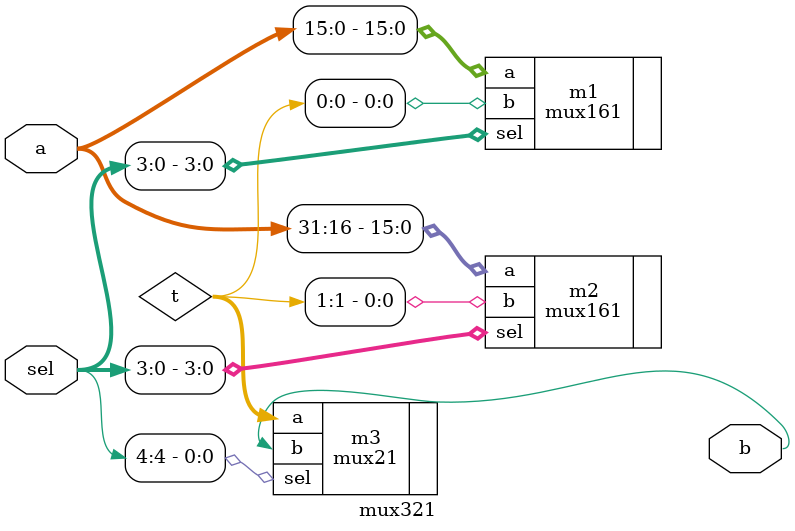
<source format=v>
module mux321(a, sel, b);
   input [31:0] a;
   input [4:0] sel;
   output b;

    wire [1:0] t;
   mux161 m1 (.a(a[15:0]), .sel(sel[3:0]), .b(t[0]));
   mux161 m2 (.a(a[31:16]), .sel(sel[3:0]), .b(t[1]));
   mux21 m3 (.a(t[1:0]), .sel(sel[4]), .b(b));

endmodule
</source>
